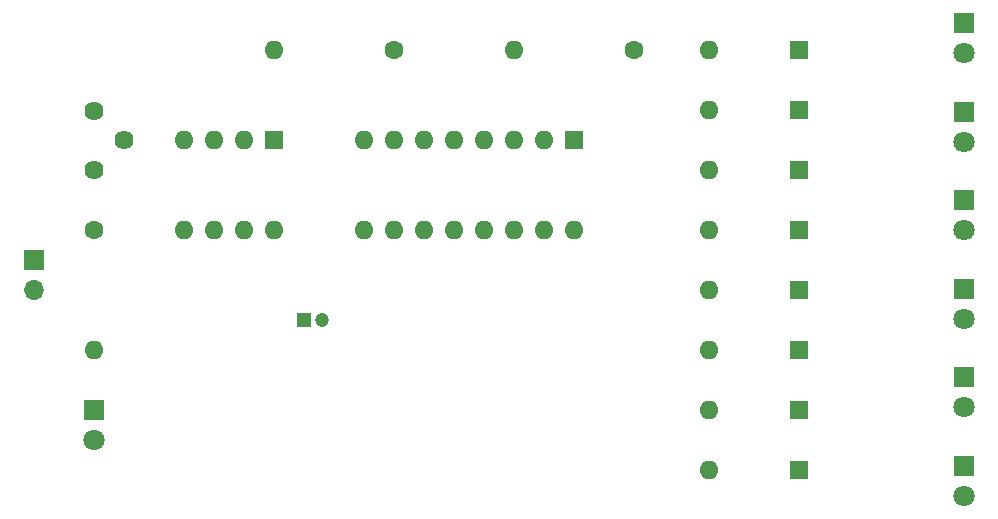
<source format=gbr>
%TF.GenerationSoftware,KiCad,Pcbnew,7.0.1-3b83917a11~172~ubuntu22.04.1*%
%TF.CreationDate,2023-04-27T17:22:45+02:00*%
%TF.ProjectId,knight_rider,6b6e6967-6874-45f7-9269-6465722e6b69,rev?*%
%TF.SameCoordinates,Original*%
%TF.FileFunction,Soldermask,Bot*%
%TF.FilePolarity,Negative*%
%FSLAX46Y46*%
G04 Gerber Fmt 4.6, Leading zero omitted, Abs format (unit mm)*
G04 Created by KiCad (PCBNEW 7.0.1-3b83917a11~172~ubuntu22.04.1) date 2023-04-27 17:22:45*
%MOMM*%
%LPD*%
G01*
G04 APERTURE LIST*
%ADD10R,1.800000X1.800000*%
%ADD11C,1.800000*%
%ADD12R,1.600000X1.600000*%
%ADD13O,1.600000X1.600000*%
%ADD14C,1.600000*%
%ADD15R,1.200000X1.200000*%
%ADD16C,1.200000*%
%ADD17R,1.700000X1.700000*%
%ADD18O,1.700000X1.700000*%
%ADD19C,1.620000*%
G04 APERTURE END LIST*
D10*
%TO.C,D14*%
X96520000Y-106440000D03*
D11*
X96520000Y-108980000D03*
%TD*%
D12*
%TO.C,U1*%
X38100000Y-86360000D03*
D13*
X35560000Y-86360000D03*
X33020000Y-86360000D03*
X30480000Y-86360000D03*
X30480000Y-93980000D03*
X33020000Y-93980000D03*
X35560000Y-93980000D03*
X38100000Y-93980000D03*
%TD*%
D12*
%TO.C,D7*%
X82550000Y-88900000D03*
D13*
X74930000Y-88900000D03*
%TD*%
D12*
%TO.C,D5*%
X82550000Y-99060000D03*
D13*
X74930000Y-99060000D03*
%TD*%
D10*
%TO.C,D12*%
X96520000Y-91440000D03*
D11*
X96520000Y-93980000D03*
%TD*%
D12*
%TO.C,D8*%
X82550000Y-83820000D03*
D13*
X74930000Y-83820000D03*
%TD*%
D14*
%TO.C,R2*%
X22860000Y-93980000D03*
D13*
X22860000Y-104140000D03*
%TD*%
D10*
%TO.C,D13*%
X96520000Y-98940000D03*
D11*
X96520000Y-101480000D03*
%TD*%
D12*
%TO.C,D3*%
X82550000Y-109220000D03*
D13*
X74930000Y-109220000D03*
%TD*%
D15*
%TO.C,C1*%
X40640000Y-101600000D03*
D16*
X42140000Y-101600000D03*
%TD*%
D10*
%TO.C,D11*%
X96520000Y-83940000D03*
D11*
X96520000Y-86480000D03*
%TD*%
D14*
%TO.C,R1*%
X48260000Y-78740000D03*
D13*
X38100000Y-78740000D03*
%TD*%
D10*
%TO.C,D15*%
X96520000Y-113940000D03*
D11*
X96520000Y-116480000D03*
%TD*%
D12*
%TO.C,U2*%
X63500000Y-86360000D03*
D13*
X60960000Y-86360000D03*
X58420000Y-86360000D03*
X55880000Y-86360000D03*
X53340000Y-86360000D03*
X50800000Y-86360000D03*
X48260000Y-86360000D03*
X45720000Y-86360000D03*
X45720000Y-93980000D03*
X48260000Y-93980000D03*
X50800000Y-93980000D03*
X53340000Y-93980000D03*
X55880000Y-93980000D03*
X58420000Y-93980000D03*
X60960000Y-93980000D03*
X63500000Y-93980000D03*
%TD*%
D17*
%TO.C,J2*%
X17780000Y-96520000D03*
D18*
X17780000Y-99060000D03*
%TD*%
D14*
%TO.C,R3*%
X68580000Y-78740000D03*
D13*
X58420000Y-78740000D03*
%TD*%
D12*
%TO.C,D9*%
X82550000Y-78740000D03*
D13*
X74930000Y-78740000D03*
%TD*%
D12*
%TO.C,D2*%
X82550000Y-114300000D03*
D13*
X74930000Y-114300000D03*
%TD*%
D10*
%TO.C,D10*%
X96520000Y-76440000D03*
D11*
X96520000Y-78980000D03*
%TD*%
D19*
%TO.C,RV1*%
X22900000Y-83860000D03*
X25400000Y-86360000D03*
X22900000Y-88860000D03*
%TD*%
D12*
%TO.C,D6*%
X82550000Y-93980000D03*
D13*
X74930000Y-93980000D03*
%TD*%
D10*
%TO.C,D1*%
X22860000Y-109220000D03*
D11*
X22860000Y-111760000D03*
%TD*%
D12*
%TO.C,D4*%
X82550000Y-104140000D03*
D13*
X74930000Y-104140000D03*
%TD*%
M02*

</source>
